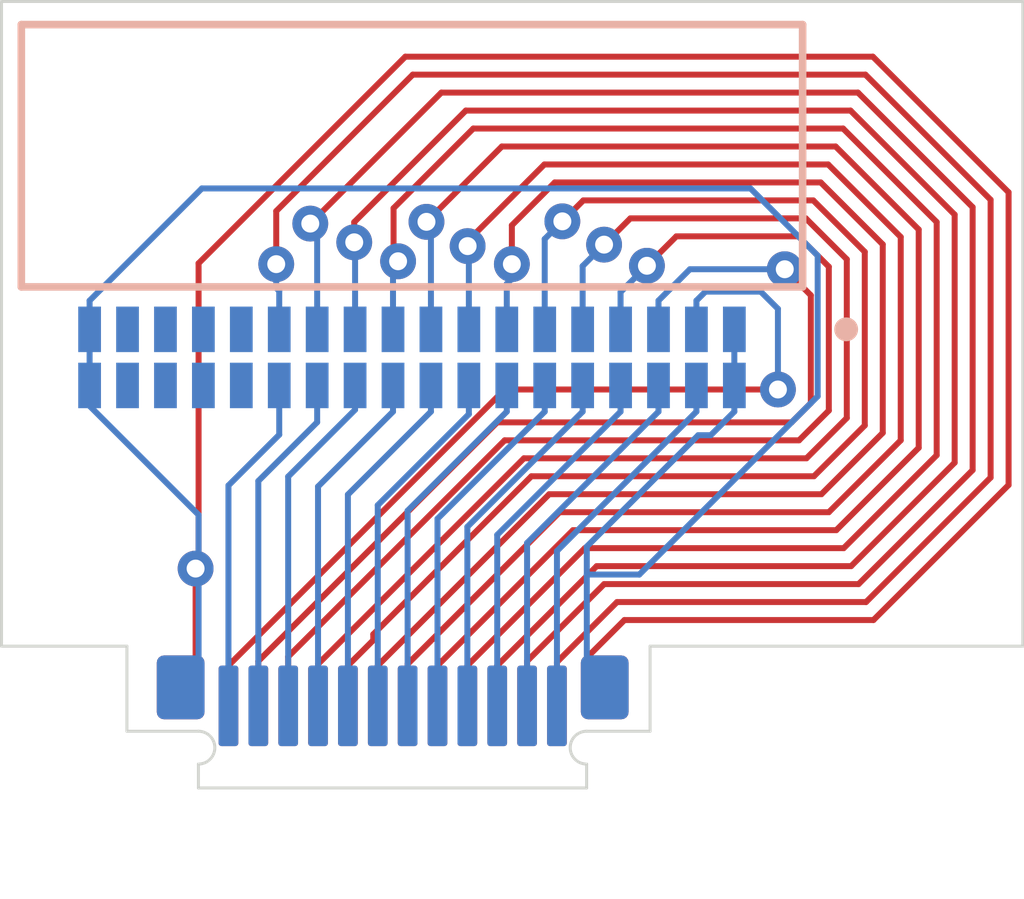
<source format=kicad_pcb>
(kicad_pcb (version 20241229) (generator "pcbnew") (generator_version "9.0")
  (layers (0 "F.Cu" signal) (2 "B.Cu" signal) (13 "F.Paste" user) (15 "B.Paste" user) (5 "F.SilkS" user "F.Silkscreen") (7 "B.SilkS" user "B.Silkscreen") (1 "F.Mask" user) (3 "B.Mask" user) (25 "Edge.Cuts" user))
  (net 0 "")
  (net 1 "GND")
  (net 2 "Net-(J1-Pad4)")
  (net 3 "Net-(J1-Pad11)")
  (net 4 "Net-(J1-Pad6)")
  (net 5 "Net-(J1-Pad9)")
  (net 6 "Net-(J1-Pad24)")
  (net 7 "Net-(J1-Pad23)")
  (net 8 "Net-(J1-Pad12)")
  (net 9 "Net-(J1-Pad7)")
  (net 10 "Net-(J1-Pad10)")
  (net 11 "Net-(J1-Pad3)")
  (net 12 "Net-(J1-Pad13)")
  (net 13 "Net-(J1-Pad31)")
  (net 14 "Net-(J1-Pad27)")
  (net 15 "Net-(J1-Pad5)")
  (net 16 "Net-(J1-Pad2)")
  (net 17 "Net-(J1-Pad8)")
  (net 18 "Net-(J1-Pad29)")
  (net 19 "Net-(J1-Pad26)")
  (net 20 "Net-(J1-Pad21)")
  (net 21 "Net-(J1-Pad20)")
  (net 22 "Net-(J1-Pad28)")
  (net 23 "Net-(J1-Pad22)")
  (net 24 "Net-(J1-Pad30)")
  (net 25 "Net-(J1-Pad25)")
  (footprint "USBPlug:699C124-2A6-111 USB Plug_first half" (layer "F.Cu") (at 134.8 100.3)
    (property "Reference" "U1" (hide yes))
    (property "Value" "~" (hide yes))
    (pad "0" smd roundrect (at -2.5 3) (size 0.33 1.35) (layers "F.Cu" "F.Mask" "F.Paste") (roundrect_rratio 0.1515151515) (net 16 "Net-(J1-Pad2)"))
    (pad "1" smd roundrect (at -2 3) (size 0.33 1.35) (layers "F.Cu" "F.Mask" "F.Paste") (roundrect_rratio 0.1515151515) (net 11 "Net-(J1-Pad3)"))
    (pad "2" smd roundrect (at -1.5 3) (size 0.33 1.35) (layers "F.Cu" "F.Mask" "F.Paste") (roundrect_rratio 0.1515151515) (net 2 "Net-(J1-Pad4)"))
    (pad "3" smd roundrect (at -1 3) (size 0.33 1.35) (layers "F.Cu" "F.Mask" "F.Paste") (roundrect_rratio 0.1515151515) (net 15 "Net-(J1-Pad5)"))
    (pad "4" smd roundrect (at -0.5 3) (size 0.33 1.35) (layers "F.Cu" "F.Mask" "F.Paste") (roundrect_rratio 0.1515151515) (net 4 "Net-(J1-Pad6)"))
    (pad "5" smd roundrect (at 0 3) (size 0.33 1.35) (layers "F.Cu" "F.Mask" "F.Paste") (roundrect_rratio 0.1515151515) (net 9 "Net-(J1-Pad7)"))
    (pad "6" smd roundrect (at 0.5 3) (size 0.33 1.35) (layers "F.Cu" "F.Mask" "F.Paste") (roundrect_rratio 0.1515151515) (net 17 "Net-(J1-Pad8)"))
    (pad "7" smd roundrect (at 1 3) (size 0.33 1.35) (layers "F.Cu" "F.Mask" "F.Paste") (roundrect_rratio 0.1515151515) (net 5 "Net-(J1-Pad9)"))
    (pad "8" smd roundrect (at 1.5 3) (size 0.33 1.35) (layers "F.Cu" "F.Mask" "F.Paste") (roundrect_rratio 0.1515151515) (net 10 "Net-(J1-Pad10)"))
    (pad "9" smd roundrect (at 2 3) (size 0.33 1.35) (layers "F.Cu" "F.Mask" "F.Paste") (roundrect_rratio 0.1515151515) (net 3 "Net-(J1-Pad11)"))
    (pad "10" smd roundrect (at 2.5 3) (size 0.33 1.35) (layers "F.Cu" "F.Mask" "F.Paste") (roundrect_rratio 0.1515151515) (net 8 "Net-(J1-Pad12)"))
    (pad "11" smd roundrect (at 3 3) (size 0.33 1.35) (layers "F.Cu" "F.Mask" "F.Paste") (roundrect_rratio 0.1515151515) (net 12 "Net-(J1-Pad13)"))
    (pad "24" smd roundrect (at -3 3 180) (size 0.8 1.07) (drill (offset 0.3 0.31)) (layers "F.Cu" "F.Mask" "F.Paste") (roundrect_rratio 0.15) (net 1 "GND"))
    (pad "25" smd roundrect (at 3.5 3) (size 0.8 1.07) (drill (offset 0.3 -0.31)) (layers "F.Cu" "F.Mask" "F.Paste") (roundrect_rratio 0.15) (net 1 "GND"))
  )
  (footprint "USBPlug:699C124-2A6-111 USB Plug_second half" (layer "B.Cu") (at 134.8 106.3)
    (property "Reference" "U2" (hide yes))
    (property "Value" "~" (hide yes))
    (pad "12" smd roundrect (at -2.5 -3) (size 0.33 1.35) (layers "B.Cu" "B.Mask" "B.Paste") (roundrect_rratio 0.1515151515) (net 13 "Net-(J1-Pad31)"))
    (pad "13" smd roundrect (at -2 -3) (size 0.33 1.35) (layers "B.Cu" "B.Mask" "B.Paste") (roundrect_rratio 0.1515151515) (net 24 "Net-(J1-Pad30)"))
    (pad "14" smd roundrect (at -1.5 -3) (size 0.33 1.35) (layers "B.Cu" "B.Mask" "B.Paste") (roundrect_rratio 0.1515151515) (net 18 "Net-(J1-Pad29)"))
    (pad "15" smd roundrect (at -1 -3) (size 0.33 1.35) (layers "B.Cu" "B.Mask" "B.Paste") (roundrect_rratio 0.1515151515) (net 22 "Net-(J1-Pad28)"))
    (pad "16" smd roundrect (at -0.5 -3) (size 0.33 1.35) (layers "B.Cu" "B.Mask" "B.Paste") (roundrect_rratio 0.1515151515) (net 14 "Net-(J1-Pad27)"))
    (pad "17" smd roundrect (at 0 -3) (size 0.33 1.35) (layers "B.Cu" "B.Mask" "B.Paste") (roundrect_rratio 0.1515151515) (net 19 "Net-(J1-Pad26)"))
    (pad "18" smd roundrect (at 0.5 -3) (size 0.33 1.35) (layers "B.Cu" "B.Mask" "B.Paste") (roundrect_rratio 0.1515151515) (net 25 "Net-(J1-Pad25)"))
    (pad "19" smd roundrect (at 1 -3) (size 0.33 1.35) (layers "B.Cu" "B.Mask" "B.Paste") (roundrect_rratio 0.1515151515) (net 6 "Net-(J1-Pad24)"))
    (pad "20" smd roundrect (at 1.5 -3) (size 0.33 1.35) (layers "B.Cu" "B.Mask" "B.Paste") (roundrect_rratio 0.1515151515) (net 7 "Net-(J1-Pad23)"))
    (pad "21" smd roundrect (at 2 -3) (size 0.33 1.35) (layers "B.Cu" "B.Mask" "B.Paste") (roundrect_rratio 0.1515151515) (net 23 "Net-(J1-Pad22)"))
    (pad "22" smd roundrect (at 2.5 -3) (size 0.33 1.35) (layers "B.Cu" "B.Mask" "B.Paste") (roundrect_rratio 0.1515151515) (net 20 "Net-(J1-Pad21)"))
    (pad "23" smd roundrect (at 3 -3) (size 0.33 1.35) (layers "B.Cu" "B.Mask" "B.Paste") (roundrect_rratio 0.1515151515) (net 21 "Net-(J1-Pad20)"))
    (pad "26" smd roundrect (at -3 -3.3 180) (size 0.8 1.07) (drill (offset 0.3 0.01)) (layers "B.Cu" "B.Mask" "B.Paste") (roundrect_rratio 0.15) (net 1 "GND"))
    (pad "27" smd roundrect (at 3.5 -3.3) (size 0.8 1.07) (drill (offset 0.3 -0.01)) (layers "B.Cu" "B.Mask" "B.Paste") (roundrect_rratio 0.15) (net 1 "GND"))
  )
  (footprint "36pinOmnetics:OMNETICS_A79024-001" (layer "B.Cu") (at 135.37275 97.4622)
    (property "Reference" "J1" (hide yes))
    (property "Value" "A79024-001" (hide yes))
    (fp_line (start -6.5405 -5.5753) (end -6.5405 -1.1811) (stroke (width 0.127)) (layer "B.SilkS"))
    (fp_line (start -6.5405 -1.1811) (end 6.5405 -1.1811) (stroke (width 0.127)) (layer "B.SilkS"))
    (fp_line (start 6.5405 -5.5753) (end -6.5405 -5.5753) (stroke (width 0.127)) (layer "B.SilkS"))
    (fp_line (start 6.5405 -1.1811) (end 6.5405 -5.5753) (stroke (width 0.127)) (layer "B.SilkS"))
    (fp_circle (center 7.27 -0.47) (end 7.37 -0.47) (stroke (width 0.2)) (fill no) (layer "B.SilkS"))
    (pad "1" smd rect (at 5.3975 -0.4699) (size 0.381 0.762) (layers "B.Cu" "B.Mask" "B.Paste") (net 1 "GND"))
    (pad "2" smd rect (at 4.7625 -0.4699) (size 0.381 0.762) (layers "B.Cu" "B.Mask" "B.Paste") (net 16 "Net-(J1-Pad2)"))
    (pad "3" smd rect (at 4.1275 -0.4699) (size 0.381 0.762) (layers "B.Cu" "B.Mask" "B.Paste") (net 11 "Net-(J1-Pad3)"))
    (pad "4" smd rect (at 3.4925 -0.4699) (size 0.381 0.762) (layers "B.Cu" "B.Mask" "B.Paste") (net 2 "Net-(J1-Pad4)"))
    (pad "5" smd rect (at 2.8575 -0.4699) (size 0.381 0.762) (layers "B.Cu" "B.Mask" "B.Paste") (net 15 "Net-(J1-Pad5)"))
    (pad "6" smd rect (at 2.2225 -0.4699) (size 0.381 0.762) (layers "B.Cu" "B.Mask" "B.Paste") (net 4 "Net-(J1-Pad6)"))
    (pad "7" smd rect (at 1.5875 -0.4699) (size 0.381 0.762) (layers "B.Cu" "B.Mask" "B.Paste") (net 9 "Net-(J1-Pad7)"))
    (pad "8" smd rect (at 0.9525 -0.4699) (size 0.381 0.762) (layers "B.Cu" "B.Mask" "B.Paste") (net 17 "Net-(J1-Pad8)"))
    (pad "9" smd rect (at 0.3175 -0.4699) (size 0.381 0.762) (layers "B.Cu" "B.Mask" "B.Paste") (net 5 "Net-(J1-Pad9)"))
    (pad "10" smd rect (at -0.3175 -0.4699) (size 0.381 0.762) (layers "B.Cu" "B.Mask" "B.Paste") (net 10 "Net-(J1-Pad10)"))
    (pad "11" smd rect (at -0.9525 -0.4699) (size 0.381 0.762) (layers "B.Cu" "B.Mask" "B.Paste") (net 3 "Net-(J1-Pad11)"))
    (pad "12" smd rect (at -1.5875 -0.4699) (size 0.381 0.762) (layers "B.Cu" "B.Mask" "B.Paste") (net 8 "Net-(J1-Pad12)"))
    (pad "13" smd rect (at -2.2225 -0.4699) (size 0.381 0.762) (layers "B.Cu" "B.Mask" "B.Paste") (net 12 "Net-(J1-Pad13)"))
    (pad "14" smd rect (at -2.8575 -0.4699) (size 0.381 0.762) (layers "B.Cu" "B.Mask" "B.Paste"))
    (pad "15" smd rect (at -3.4925 -0.4699) (size 0.381 0.762) (layers "B.Cu" "B.Mask" "B.Paste"))
    (pad "16" smd rect (at -4.1275 -0.4699) (size 0.381 0.762) (layers "B.Cu" "B.Mask" "B.Paste"))
    (pad "17" smd rect (at -4.7625 -0.4699) (size 0.381 0.762) (layers "B.Cu" "B.Mask" "B.Paste"))
    (pad "18" smd rect (at -5.3975 -0.4699) (size 0.381 0.762) (layers "B.Cu" "B.Mask" "B.Paste") (net 1 "GND"))
    (pad "19" smd rect (at 5.3975 0.4699) (size 0.381 0.762) (layers "B.Cu" "B.Mask" "B.Paste") (net 1 "GND"))
    (pad "20" smd rect (at 4.7625 0.4699) (size 0.381 0.762) (layers "B.Cu" "B.Mask" "B.Paste") (net 21 "Net-(J1-Pad20)"))
    (pad "21" smd rect (at 4.1275 0.4699) (size 0.381 0.762) (layers "B.Cu" "B.Mask" "B.Paste") (net 20 "Net-(J1-Pad21)"))
    (pad "22" smd rect (at 3.4925 0.4699) (size 0.381 0.762) (layers "B.Cu" "B.Mask" "B.Paste") (net 23 "Net-(J1-Pad22)"))
    (pad "23" smd rect (at 2.8575 0.4699) (size 0.381 0.762) (layers "B.Cu" "B.Mask" "B.Paste") (net 7 "Net-(J1-Pad23)"))
    (pad "24" smd rect (at 2.2225 0.4699) (size 0.381 0.762) (layers "B.Cu" "B.Mask" "B.Paste") (net 6 "Net-(J1-Pad24)"))
    (pad "25" smd rect (at 1.5875 0.4699) (size 0.381 0.762) (layers "B.Cu" "B.Mask" "B.Paste") (net 25 "Net-(J1-Pad25)"))
    (pad "26" smd rect (at 0.9525 0.4699) (size 0.381 0.762) (layers "B.Cu" "B.Mask" "B.Paste") (net 19 "Net-(J1-Pad26)"))
    (pad "27" smd rect (at 0.3175 0.4699) (size 0.381 0.762) (layers "B.Cu" "B.Mask" "B.Paste") (net 14 "Net-(J1-Pad27)"))
    (pad "28" smd rect (at -0.3175 0.4699) (size 0.381 0.762) (layers "B.Cu" "B.Mask" "B.Paste") (net 22 "Net-(J1-Pad28)"))
    (pad "29" smd rect (at -0.9525 0.4699) (size 0.381 0.762) (layers "B.Cu" "B.Mask" "B.Paste") (net 18 "Net-(J1-Pad29)"))
    (pad "30" smd rect (at -1.5875 0.4699) (size 0.381 0.762) (layers "B.Cu" "B.Mask" "B.Paste") (net 24 "Net-(J1-Pad30)"))
    (pad "31" smd rect (at -2.2225 0.4699) (size 0.381 0.762) (layers "B.Cu" "B.Mask" "B.Paste") (net 13 "Net-(J1-Pad31)"))
    (pad "32" smd rect (at -2.8575 0.4699) (size 0.381 0.762) (layers "B.Cu" "B.Mask" "B.Paste"))
    (pad "33" smd rect (at -3.4925 0.4699) (size 0.381 0.762) (layers "B.Cu" "B.Mask" "B.Paste"))
    (pad "34" smd rect (at -4.1275 0.4699) (size 0.381 0.762) (layers "B.Cu" "B.Mask" "B.Paste"))
    (pad "35" smd rect (at -4.7625 0.4699) (size 0.381 0.762) (layers "B.Cu" "B.Mask" "B.Paste"))
    (pad "36" smd rect (at -5.3975 0.4699) (size 0.381 0.762) (layers "B.Cu" "B.Mask" "B.Paste") (net 1 "GND"))
  )
  (gr_line (start 139.3595 102.3) (end 145.6 102.3) (stroke (width 0.05)) (layer "Edge.Cuts"))
  (gr_line (start 145.6 102.3) (end 145.6 91.5) (stroke (width 0.05)) (layer "Edge.Cuts"))
  (gr_line (start 145.6 91.5) (end 128.5 91.5) (stroke (width 0.05)) (layer "Edge.Cuts"))
  (gr_line (start 138.3 103.725) (end 139.3595 103.725) (stroke (width 0.05)) (layer "Edge.Cuts"))
  (gr_line (start 131.797 104.275) (end 131.797 104.675) (stroke (width 0.05)) (layer "Edge.Cuts"))
  (gr_line (start 130.6 102.3) (end 130.6 103.725) (stroke (width 0.05)) (layer "Edge.Cuts"))
  (gr_line (start 138.297 104.27498) (end 138.297 104.675) (stroke (width 0.05)) (layer "Edge.Cuts"))
  (gr_arc (start 131.797 103.725) (mid 132.072 104) (end 131.797 104.275) (stroke (width 0.05)) (layer "Edge.Cuts"))
  (gr_arc (start 138.297 104.275) (mid 138.022 104) (end 138.297 103.725) (stroke (width 0.05)) (layer "Edge.Cuts"))
  (gr_line (start 128.5 102.3) (end 130.6 102.3) (stroke (width 0.05)) (layer "Edge.Cuts"))
  (gr_line (start 138.297 104.675) (end 131.797 104.675) (stroke (width 0.05)) (layer "Edge.Cuts"))
  (gr_line (start 139.3595 103.725) (end 139.3595 102.3) (stroke (width 0.05)) (layer "Edge.Cuts"))
  (gr_line (start 128.5 91.5) (end 128.5 102.3) (stroke (width 0.05)) (layer "Edge.Cuts"))
  (gr_line (start 131.797 103.725) (end 130.6 103.725) (stroke (width 0.05)) (layer "Edge.Cuts"))
  (segment (start 145.362 94.69672) (end 143.089646 92.424366) (width 0.1) (layer "F.Cu") (net 1))
  (segment (start 138.3 103.3) (end 138.8055 102.7945) (width 0.1) (layer "F.Cu") (net 1))
  (segment (start 131.8 100.95) (end 131.75 101) (width 0.1) (layer "F.Cu") (net 1))
  (segment (start 143.089646 92.424366) (end 135.261466 92.424366) (width 0.1) (layer "F.Cu") (net 1))
  (segment (start 131.75 101) (end 131.75 103.25) (width 0.1) (layer "F.Cu") (net 1))
  (segment (start 138.93068 101.862) (end 143.09969 101.862) (width 0.1) (layer "F.Cu") (net 1))
  (segment (start 145.362 99.59969) (end 145.362 94.69672) (width 0.1) (layer "F.Cu") (net 1))
  (segment (start 131.8 95.885832) (end 131.8 100.95) (width 0.1) (layer "F.Cu") (net 1))
  (segment (start 131.75 103.25) (end 131.8 103.3) (width 0.1) (layer "F.Cu") (net 1))
  (segment (start 135.261466 92.424366) (end 131.8 95.885832) (width 0.1) (layer "F.Cu") (net 1))
  (segment (start 138.3 103.3) (end 138.3 102.49268) (width 0.1) (layer "F.Cu") (net 1))
  (segment (start 143.09969 101.862) (end 145.362 99.59969) (width 0.1) (layer "F.Cu") (net 1))
  (segment (start 131.8 103.3) (end 131.3 102.8) (width 0.1) (layer "F.Cu") (net 1))
  (segment (start 138.3 102.49268) (end 138.93068 101.862) (width 0.1) (layer "F.Cu") (net 1))
  (via (at 131.75 101) (size 0.6) (drill 0.3) (layers "F.Cu" "B.Cu") (net 1))
  (segment (start 131.854476 94.632074) (end 129.97525 96.5113) (width 0.1) (layer "B.Cu") (net 1))
  (segment (start 139.179232 101.1) (end 142.165634 98.113598) (width 0.1) (layer "B.Cu") (net 1))
  (segment (start 138.3 100.631528) (end 140.165764 98.765764) (width 0.1) (layer "B.Cu") (net 1))
  (segment (start 141.040574 94.632074) (end 131.854476 94.632074) (width 0.1) (layer "B.Cu") (net 1))
  (segment (start 129.97525 97.9321) (end 129.97525 96.9923) (width 0.1) (layer "B.Cu") (net 1))
  (segment (start 131.8 100.1) (end 129.97525 98.27525) (width 0.1) (layer "B.Cu") (net 1))
  (segment (start 138.3 101.1) (end 139.179232 101.1) (width 0.1) (layer "B.Cu") (net 1))
  (segment (start 142.165634 98.113598) (end 142.165634 95.757134) (width 0.1) (layer "B.Cu") (net 1))
  (segment (start 140.165764 98.765764) (end 140.375086 98.765764) (width 0.1) (layer "B.Cu") (net 1))
  (segment (start 142.165634 95.757134) (end 141.040574 94.632074) (width 0.1) (layer "B.Cu") (net 1))
  (segment (start 140.77025 97.9321) (end 140.77025 96.9923) (width 0.1) (layer "B.Cu") (net 1))
  (segment (start 129.97525 96.5113) (end 129.97525 96.9923) (width 0.1) (layer "B.Cu") (net 1))
  (segment (start 140.375086 98.765764) (end 140.77025 98.3706) (width 0.1) (layer "B.Cu") (net 1))
  (segment (start 129.97525 98.27525) (end 129.97525 97.9321) (width 0.1) (layer "B.Cu") (net 1))
  (segment (start 131.8 103) (end 131.8 100.1) (width 0.1) (layer "B.Cu") (net 1))
  (segment (start 138.3 103) (end 138.3 101.1) (width 0.1) (layer "B.Cu") (net 1))
  (segment (start 138.3 101.1) (end 138.3 100.631528) (width 0.1) (layer "B.Cu") (net 1))
  (segment (start 140.77025 98.3706) (end 140.77025 97.9321) (width 0.1) (layer "B.Cu") (net 1))
  (segment (start 133.3 103.3) (end 133.3 102.476356) (width 0.1) (layer "F.Cu") (net 2))
  (segment (start 141.85291 98.852) (end 142.352 98.35291) (width 0.1) (layer "F.Cu") (net 2))
  (segment (start 139.799366 95.434366) (end 139.306614 95.927118) (width 0.1) (layer "F.Cu") (net 2))
  (segment (start 142.352 95.9435) (end 141.842866 95.434366) (width 0.1) (layer "F.Cu") (net 2))
  (segment (start 133.3 102.476356) (end 136.924356 98.852) (width 0.1) (layer "F.Cu") (net 2))
  (segment (start 142.352 98.35291) (end 142.352 95.9435) (width 0.1) (layer "F.Cu") (net 2))
  (segment (start 141.842866 95.434366) (end 139.799366 95.434366) (width 0.1) (layer "F.Cu") (net 2))
  (segment (start 136.924356 98.852) (end 141.85291 98.852) (width 0.1) (layer "F.Cu") (net 2))
  (via (at 139.306614 95.927118) (size 0.6) (drill 0.3) (layers "F.Cu" "B.Cu") (net 2))
  (segment (start 138.86525 96.368482) (end 138.86525 96.9923) (width 0.1) (layer "B.Cu") (net 2))
  (segment (start 139.306614 95.927118) (end 138.86525 96.368482) (width 0.1) (layer "B.Cu") (net 2))
  (segment (start 144.459 95.070754) (end 142.715612 93.327366) (width 0.1) (layer "F.Cu") (net 3))
  (segment (start 136.8 102.625) (end 138.466 100.959) (width 0.1) (layer "F.Cu") (net 3))
  (segment (start 142.725656 100.959) (end 144.459 99.225656) (width 0.1) (layer "F.Cu") (net 3))
  (segment (start 136.8 103.3) (end 136.8 102.625) (width 0.1) (layer "F.Cu") (net 3))
  (segment (start 144.459 99.225656) (end 144.459 95.070754) (width 0.1) (layer "F.Cu") (net 3))
  (segment (start 142.715612 93.327366) (end 136.274464 93.327366) (width 0.1) (layer "F.Cu") (net 3))
  (segment (start 136.274464 93.327366) (end 134.40602 95.19581) (width 0.1) (layer "F.Cu") (net 3))
  (segment (start 134.40602 95.19581) (end 134.40602 95.534188) (width 0.1) (layer "F.Cu") (net 3))
  (segment (start 138.466 100.959) (end 142.725656 100.959) (width 0.1) (layer "F.Cu") (net 3))
  (via (at 134.40602 95.534188) (size 0.6) (drill 0.3) (layers "F.Cu" "B.Cu") (net 3))
  (segment (start 134.42025 95.548418) (end 134.42025 96.9923) (width 0.1) (layer "B.Cu") (net 3))
  (segment (start 134.40602 95.534188) (end 134.42025 95.548418) (width 0.1) (layer "B.Cu") (net 3))
  (segment (start 134.3 102.625) (end 134.725 102.2) (width 0.1) (layer "F.Cu") (net 4))
  (segment (start 134.725 102.100678) (end 137.371678 99.454) (width 0.1) (layer "F.Cu") (net 4))
  (segment (start 142.954 98.602266) (end 142.954 95.694144) (width 0.1) (layer "F.Cu") (net 4))
  (segment (start 137.371678 99.454) (end 142.102266 99.454) (width 0.1) (layer "F.Cu") (net 4))
  (segment (start 142.954 95.694144) (end 142.092222 94.832366) (width 0.1) (layer "F.Cu") (net 4))
  (segment (start 142.102266 99.454) (end 142.954 98.602266) (width 0.1) (layer "F.Cu") (net 4))
  (segment (start 134.3 103.3) (end 134.3 102.625) (width 0.1) (layer "F.Cu") (net 4))
  (segment (start 138.24144 94.832366) (end 137.890732 95.183074) (width 0.1) (layer "F.Cu") (net 4))
  (segment (start 134.725 102.2) (end 134.725 102.100678) (width 0.1) (layer "F.Cu") (net 4))
  (segment (start 142.092222 94.832366) (end 138.24144 94.832366) (width 0.1) (layer "F.Cu") (net 4))
  (via (at 137.890732 95.183074) (size 0.6) (drill 0.3) (layers "F.Cu" "B.Cu") (net 4))
  (segment (start 137.890732 95.183074) (end 137.59525 95.478556) (width 0.1) (layer "B.Cu") (net 4))
  (segment (start 137.59525 95.478556) (end 137.59525 96.9923) (width 0.1) (layer "B.Cu") (net 4))
  (segment (start 138.068 100.357) (end 142.4763 100.357) (width 0.1) (layer "F.Cu") (net 5))
  (segment (start 143.857 95.32011) (end 142.466256 93.929366) (width 0.1) (layer "F.Cu") (net 5))
  (segment (start 142.466256 93.929366) (end 136.877374 93.929366) (width 0.1) (layer "F.Cu") (net 5))
  (segment (start 136.877374 93.929366) (end 135.615631 95.191109) (width 0.1) (layer "F.Cu") (net 5))
  (segment (start 142.4763 100.357) (end 143.857 98.9763) (width 0.1) (layer "F.Cu") (net 5))
  (segment (start 135.8 102.625) (end 138.068 100.357) (width 0.1) (layer "F.Cu") (net 5))
  (segment (start 143.857 98.9763) (end 143.857 95.32011) (width 0.1) (layer "F.Cu") (net 5))
  (segment (start 135.8 103.3) (end 135.8 102.625) (width 0.1) (layer "F.Cu") (net 5))
  (via (at 135.615631 95.191109) (size 0.6) (drill 0.3) (layers "F.Cu" "B.Cu") (net 5))
  (segment (start 135.69025 95.265728) (end 135.69025 96.9923) (width 0.1) (layer "B.Cu") (net 5))
  (segment (start 135.615631 95.191109) (end 135.69025 95.265728) (width 0.1) (layer "B.Cu") (net 5))
  (segment (start 135.8 103.3) (end 135.8 100.16585) (width 0.1) (layer "B.Cu") (net 6))
  (segment (start 137.59525 98.3706) (end 137.59525 97.9321) (width 0.1) (layer "B.Cu") (net 6))
  (segment (start 135.8 100.16585) (end 137.59525 98.3706) (width 0.1) (layer "B.Cu") (net 6))
  (segment (start 136.3 103.3) (end 136.3 100.30085) (width 0.1) (layer "B.Cu") (net 7))
  (segment (start 136.3 100.30085) (end 138.23025 98.3706) (width 0.1) (layer "B.Cu") (net 7))
  (segment (start 138.23025 98.3706) (end 138.23025 97.9321) (width 0.1) (layer "B.Cu") (net 7))
  (segment (start 137.3 102.550678) (end 138.590678 101.26) (width 0.1) (layer "F.Cu") (net 8))
  (segment (start 142.84029 93.026366) (end 135.864376 93.026366) (width 0.1) (layer "F.Cu") (net 8))
  (segment (start 142.850334 101.26) (end 144.76 99.350334) (width 0.1) (layer "F.Cu") (net 8))
  (segment (start 138.590678 101.26) (end 142.850334 101.26) (width 0.1) (layer "F.Cu") (net 8))
  (segment (start 144.76 94.946076) (end 142.84029 93.026366) (width 0.1) (layer "F.Cu") (net 8))
  (segment (start 144.76 99.350334) (end 144.76 94.946076) (width 0.1) (layer "F.Cu") (net 8))
  (segment (start 137.3 103.3) (end 137.3 102.550678) (width 0.1) (layer "F.Cu") (net 8))
  (segment (start 135.864376 93.026366) (end 133.669964 95.220778) (width 0.1) (layer "F.Cu") (net 8))
  (via (at 133.669964 95.220778) (size 0.6) (drill 0.3) (layers "F.Cu" "B.Cu") (net 8))
  (segment (start 133.78525 95.336064) (end 133.78525 96.9923) (width 0.1) (layer "B.Cu") (net 8))
  (segment (start 133.669964 95.220778) (end 133.78525 95.336064) (width 0.1) (layer "B.Cu") (net 8))
  (segment (start 134.8 103.3) (end 134.8 102.625) (width 0.1) (layer "F.Cu") (net 9))
  (segment (start 137.763208 94.531366) (end 137.04525 95.249324) (width 0.1) (layer "F.Cu") (net 9))
  (segment (start 137.04525 95.249324) (end 137.04525 95.9) (width 0.1) (layer "F.Cu") (net 9))
  (segment (start 143.255 95.569466) (end 142.2169 94.531366) (width 0.1) (layer "F.Cu") (net 9))
  (segment (start 134.8 102.625) (end 137.67 99.755) (width 0.1) (layer "F.Cu") (net 9))
  (segment (start 143.255 98.726944) (end 143.255 95.569466) (width 0.1) (layer "F.Cu") (net 9))
  (segment (start 142.226944 99.755) (end 143.255 98.726944) (width 0.1) (layer "F.Cu") (net 9))
  (segment (start 137.67 99.755) (end 142.226944 99.755) (width 0.1) (layer "F.Cu") (net 9))
  (segment (start 142.2169 94.531366) (end 137.763208 94.531366) (width 0.1) (layer "F.Cu") (net 9))
  (via (at 137.04525 95.9) (size 0.6) (drill 0.3) (layers "F.Cu" "B.Cu") (net 9))
  (segment (start 136.96025 96.23025) (end 136.96025 96.9923) (width 0.1) (layer "B.Cu") (net 9))
  (segment (start 137.04525 96.14525) (end 136.96025 96.23025) (width 0.1) (layer "B.Cu") (net 9))
  (segment (start 137.04525 95.9) (end 137.04525 96.14525) (width 0.1) (layer "B.Cu") (net 9))
  (segment (start 138.267 100.658) (end 142.600978 100.658) (width 0.1) (layer "F.Cu") (net 10))
  (segment (start 136.3 102.625) (end 138.267 100.658) (width 0.1) (layer "F.Cu") (net 10))
  (segment (start 136.399142 93.628366) (end 135.064631 94.962877) (width 0.1) (layer "F.Cu") (net 10))
  (segment (start 144.158 95.195432) (end 142.590934 93.628366) (width 0.1) (layer "F.Cu") (net 10))
  (segment (start 142.590934 93.628366) (end 136.399142 93.628366) (width 0.1) (layer "F.Cu") (net 10))
  (segment (start 135.064631 95.776233) (end 135.14025 95.851852) (width 0.1) (layer "F.Cu") (net 10))
  (segment (start 136.3 103.3) (end 136.3 102.625) (width 0.1) (layer "F.Cu") (net 10))
  (segment (start 144.158 99.100978) (end 144.158 95.195432) (width 0.1) (layer "F.Cu") (net 10))
  (segment (start 135.064631 94.962877) (end 135.064631 95.776233) (width 0.1) (layer "F.Cu") (net 10))
  (segment (start 142.600978 100.658) (end 144.158 99.100978) (width 0.1) (layer "F.Cu") (net 10))
  (via (at 135.14025 95.851852) (size 0.6) (drill 0.3) (layers "F.Cu" "B.Cu") (net 10))
  (segment (start 135.05525 95.936852) (end 135.05525 96.9923) (width 0.1) (layer "B.Cu") (net 10))
  (segment (start 135.14025 95.851852) (end 135.05525 95.936852) (width 0.1) (layer "B.Cu") (net 10))
  (segment (start 142.051 98.228232) (end 142.051 96.421732) (width 0.1) (layer "F.Cu") (net 11))
  (segment (start 142.051 96.421732) (end 141.614634 95.985366) (width 0.1) (layer "F.Cu") (net 11))
  (segment (start 132.8 102.550678) (end 136.799678 98.551) (width 0.1) (layer "F.Cu") (net 11))
  (segment (start 141.728232 98.551) (end 142.051 98.228232) (width 0.1) (layer "F.Cu") (net 11))
  (segment (start 132.8 103.3) (end 132.8 102.550678) (width 0.1) (layer "F.Cu") (net 11))
  (segment (start 136.799678 98.551) (end 141.728232 98.551) (width 0.1) (layer "F.Cu") (net 11))
  (via (at 141.614634 95.985366) (size 0.6) (drill 0.3) (layers "F.Cu" "B.Cu") (net 11))
  (segment (start 139.50025 96.5113) (end 139.50025 96.9923) (width 0.1) (layer "B.Cu") (net 11))
  (segment (start 141.614634 95.985366) (end 140.026184 95.985366) (width 0.1) (layer "B.Cu") (net 11))
  (segment (start 140.026184 95.985366) (end 139.50025 96.5113) (width 0.1) (layer "B.Cu") (net 11))
  (segment (start 135.386144 92.725366) (end 133.1 95.01151) (width 0.1) (layer "F.Cu") (net 12))
  (segment (start 145.061 94.821398) (end 142.964968 92.725366) (width 0.1) (layer "F.Cu") (net 12))
  (segment (start 138.806002 101.561) (end 142.975012 101.561) (width 0.1) (layer "F.Cu") (net 12))
  (segment (start 133.1 95.01151) (end 133.1 95.9) (width 0.1) (layer "F.Cu") (net 12))
  (segment (start 137.8 102.567002) (end 138.806002 101.561) (width 0.1) (layer "F.Cu") (net 12))
  (segment (start 142.975012 101.561) (end 145.061 99.475012) (width 0.1) (layer "F.Cu") (net 12))
  (segment (start 137.8 103.3) (end 137.8 102.567002) (width 0.1) (layer "F.Cu") (net 12))
  (segment (start 145.061 99.475012) (end 145.061 94.821398) (width 0.1) (layer "F.Cu") (net 12))
  (segment (start 142.964968 92.725366) (end 135.386144 92.725366) (width 0.1) (layer "F.Cu") (net 12))
  (via (at 133.1 95.9) (size 0.6) (drill 0.3) (layers "F.Cu" "B.Cu") (net 12))
  (segment (start 133.1 96.3) (end 133.15025 96.35025) (width 0.1) (layer "B.Cu") (net 12))
  (segment (start 133.1 95.9) (end 133.1 96.3) (width 0.1) (layer "B.Cu") (net 12))
  (segment (start 133.15025 96.35025) (end 133.15025 96.9923) (width 0.1) (layer "B.Cu") (net 12))
  (segment (start 132.3 99.60785) (end 133.15025 98.7576) (width 0.1) (layer "B.Cu") (net 13))
  (segment (start 132.3 103.3) (end 132.3 99.60785) (width 0.1) (layer "B.Cu") (net 13))
  (segment (start 133.15025 98.7576) (end 133.15025 97.9321) (width 0.1) (layer "B.Cu") (net 13))
  (segment (start 134.3 99.76085) (end 135.69025 98.3706) (width 0.1) (layer "B.Cu") (net 14))
  (segment (start 134.3 103.3) (end 134.3 99.76085) (width 0.1) (layer "B.Cu") (net 14))
  (segment (start 135.69025 98.3706) (end 135.69025 97.9321) (width 0.1) (layer "B.Cu") (net 14))
  (segment (start 142.653 98.477588) (end 142.653 95.818822) (width 0.1) (layer "F.Cu") (net 15))
  (segment (start 137.247 99.153) (end 141.977588 99.153) (width 0.1) (layer "F.Cu") (net 15))
  (segment (start 141.967544 95.133366) (end 139.029035 95.133366) (width 0.1) (layer "F.Cu") (net 15))
  (segment (start 133.8 103.3) (end 133.8 102.6) (width 0.1) (layer "F.Cu") (net 15))
  (segment (start 141.977588 99.153) (end 142.653 98.477588) (width 0.1) (layer "F.Cu") (net 15))
  (segment (start 133.8 102.6) (end 137.247 99.153) (width 0.1) (layer "F.Cu") (net 15))
  (segment (start 142.653 95.818822) (end 141.967544 95.133366) (width 0.1) (layer "F.Cu") (net 15))
  (segment (start 139.029035 95.133366) (end 138.589114 95.573287) (width 0.1) (layer "F.Cu") (net 15))
  (via (at 138.589114 95.573287) (size 0.6) (drill 0.3) (layers "F.Cu" "B.Cu") (net 15))
  (segment (start 138.589114 95.573287) (end 138.23025 95.932151) (width 0.1) (layer "B.Cu") (net 15))
  (segment (start 138.23025 95.932151) (end 138.23025 96.9923) (width 0.1) (layer "B.Cu") (net 15))
  (segment (start 136.925 98) (end 141.5 98) (width 0.1) (layer "F.Cu") (net 16))
  (segment (start 132.3 102.625) (end 136.925 98) (width 0.1) (layer "F.Cu") (net 16))
  (segment (start 132.3 103.3) (end 132.3 102.625) (width 0.1) (layer "F.Cu") (net 16))
  (via (at 141.5 98) (size 0.6) (drill 0.3) (layers "F.Cu" "B.Cu") (net 16))
  (segment (start 141.5 96.64855) (end 141.21175 96.3603) (width 0.1) (layer "B.Cu") (net 16))
  (segment (start 141.5 98) (end 141.5 96.64855) (width 0.1) (layer "B.Cu") (net 16))
  (segment (start 140.28625 96.3603) (end 140.13525 96.5113) (width 0.1) (layer "B.Cu") (net 16))
  (segment (start 140.13525 96.5113) (end 140.13525 96.9923) (width 0.1) (layer "B.Cu") (net 16))
  (segment (start 141.21175 96.3603) (end 140.28625 96.3603) (width 0.1) (layer "B.Cu") (net 16))
  (segment (start 142.351622 100.056) (end 143.556 98.851622) (width 0.1) (layer "F.Cu") (net 17))
  (segment (start 143.556 98.851622) (end 143.556 95.444788) (width 0.1) (layer "F.Cu") (net 17))
  (segment (start 137.844 100.056) (end 142.351622 100.056) (width 0.1) (layer "F.Cu") (net 17))
  (segment (start 136.304462 95.515211) (end 136.304462 95.597945) (width 0.1) (layer "F.Cu") (net 17))
  (segment (start 137.589307 94.230366) (end 136.304462 95.515211) (width 0.1) (layer "F.Cu") (net 17))
  (segment (start 135.3 103.3) (end 135.3 102.6) (width 0.1) (layer "F.Cu") (net 17))
  (segment (start 143.556 95.444788) (end 142.341578 94.230366) (width 0.1) (layer "F.Cu") (net 17))
  (segment (start 142.341578 94.230366) (end 137.589307 94.230366) (width 0.1) (layer "F.Cu") (net 17))
  (segment (start 135.3 102.6) (end 137.844 100.056) (width 0.1) (layer "F.Cu") (net 17))
  (via (at 136.304462 95.597945) (size 0.6) (drill 0.3) (layers "F.Cu" "B.Cu") (net 17))
  (segment (start 136.32525 95.618733) (end 136.32525 96.9923) (width 0.1) (layer "B.Cu") (net 17))
  (segment (start 136.304462 95.597945) (end 136.32525 95.618733) (width 0.1) (layer "B.Cu") (net 17))
  (segment (start 134.42025 98.338956) (end 134.42025 97.9321) (width 0.1) (layer "B.Cu") (net 18))
  (segment (start 133.3 99.459206) (end 134.42025 98.338956) (width 0.1) (layer "B.Cu") (net 18))
  (segment (start 133.3 103.3) (end 133.3 99.459206) (width 0.1) (layer "B.Cu") (net 18))
  (segment (start 134.8 103.3) (end 134.8 99.93835) (width 0.1) (layer "B.Cu") (net 19))
  (segment (start 136.32525 98.4131) (end 136.32525 97.9321) (width 0.1) (layer "B.Cu") (net 19))
  (segment (start 134.8 99.93835) (end 136.32525 98.4131) (width 0.1) (layer "B.Cu") (net 19))
  (segment (start 139.50025 98.3706) (end 139.50025 97.9321) (width 0.1) (layer "B.Cu") (net 20))
  (segment (start 137.3 103.3) (end 137.3 100.57085) (width 0.1) (layer "B.Cu") (net 20))
  (segment (start 137.3 100.57085) (end 139.50025 98.3706) (width 0.1) (layer "B.Cu") (net 20))
  (segment (start 137.8 103.3) (end 137.8 100.70585) (width 0.1) (layer "B.Cu") (net 21))
  (segment (start 137.8 100.70585) (end 140.13525 98.3706) (width 0.1) (layer "B.Cu") (net 21))
  (segment (start 140.13525 98.3706) (end 140.13525 97.9321) (width 0.1) (layer "B.Cu") (net 21))
  (segment (start 135.05525 98.3706) (end 135.05525 97.9321) (width 0.1) (layer "B.Cu") (net 22))
  (segment (start 133.8 103.3) (end 133.8 99.62585) (width 0.1) (layer "B.Cu") (net 22))
  (segment (start 133.8 99.62585) (end 135.05525 98.3706) (width 0.1) (layer "B.Cu") (net 22))
  (segment (start 136.8 100.43585) (end 138.86525 98.3706) (width 0.1) (layer "B.Cu") (net 23))
  (segment (start 138.86525 98.3706) (end 138.86525 97.9321) (width 0.1) (layer "B.Cu") (net 23))
  (segment (start 136.8 103.3) (end 136.8 100.43585) (width 0.1) (layer "B.Cu") (net 23))
  (segment (start 132.8 103.3) (end 132.8 99.533528) (width 0.1) (layer "B.Cu") (net 24))
  (segment (start 133.78525 98.548278) (end 133.78525 97.9321) (width 0.1) (layer "B.Cu") (net 24))
  (segment (start 132.8 99.533528) (end 133.78525 98.548278) (width 0.1) (layer "B.Cu") (net 24))
  (segment (start 135.3 100.03085) (end 136.96025 98.3706) (width 0.1) (layer "B.Cu") (net 25))
  (segment (start 136.96025 98.3706) (end 136.96025 97.9321) (width 0.1) (layer "B.Cu") (net 25))
  (segment (start 135.3 103.3) (end 135.3 100.03085) (width 0.1) (layer "B.Cu") (net 25))
)
</source>
